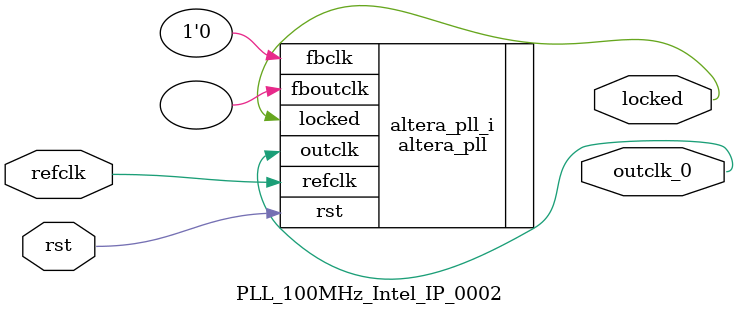
<source format=v>
`timescale 1ns/10ps
module  PLL_100MHz_Intel_IP_0002(

	// interface 'refclk'
	input wire refclk,

	// interface 'reset'
	input wire rst,

	// interface 'outclk0'
	output wire outclk_0,

	// interface 'locked'
	output wire locked
);

	altera_pll #(
		.fractional_vco_multiplier("false"),
		.reference_clock_frequency("50.0 MHz"),
		.operation_mode("direct"),
		.number_of_clocks(1),
		.output_clock_frequency0("100.000000 MHz"),
		.phase_shift0("0 ps"),
		.duty_cycle0(50),
		.output_clock_frequency1("0 MHz"),
		.phase_shift1("0 ps"),
		.duty_cycle1(50),
		.output_clock_frequency2("0 MHz"),
		.phase_shift2("0 ps"),
		.duty_cycle2(50),
		.output_clock_frequency3("0 MHz"),
		.phase_shift3("0 ps"),
		.duty_cycle3(50),
		.output_clock_frequency4("0 MHz"),
		.phase_shift4("0 ps"),
		.duty_cycle4(50),
		.output_clock_frequency5("0 MHz"),
		.phase_shift5("0 ps"),
		.duty_cycle5(50),
		.output_clock_frequency6("0 MHz"),
		.phase_shift6("0 ps"),
		.duty_cycle6(50),
		.output_clock_frequency7("0 MHz"),
		.phase_shift7("0 ps"),
		.duty_cycle7(50),
		.output_clock_frequency8("0 MHz"),
		.phase_shift8("0 ps"),
		.duty_cycle8(50),
		.output_clock_frequency9("0 MHz"),
		.phase_shift9("0 ps"),
		.duty_cycle9(50),
		.output_clock_frequency10("0 MHz"),
		.phase_shift10("0 ps"),
		.duty_cycle10(50),
		.output_clock_frequency11("0 MHz"),
		.phase_shift11("0 ps"),
		.duty_cycle11(50),
		.output_clock_frequency12("0 MHz"),
		.phase_shift12("0 ps"),
		.duty_cycle12(50),
		.output_clock_frequency13("0 MHz"),
		.phase_shift13("0 ps"),
		.duty_cycle13(50),
		.output_clock_frequency14("0 MHz"),
		.phase_shift14("0 ps"),
		.duty_cycle14(50),
		.output_clock_frequency15("0 MHz"),
		.phase_shift15("0 ps"),
		.duty_cycle15(50),
		.output_clock_frequency16("0 MHz"),
		.phase_shift16("0 ps"),
		.duty_cycle16(50),
		.output_clock_frequency17("0 MHz"),
		.phase_shift17("0 ps"),
		.duty_cycle17(50),
		.pll_type("General"),
		.pll_subtype("General")
	) altera_pll_i (
		.rst	(rst),
		.outclk	({outclk_0}),
		.locked	(locked),
		.fboutclk	( ),
		.fbclk	(1'b0),
		.refclk	(refclk)
	);
endmodule


</source>
